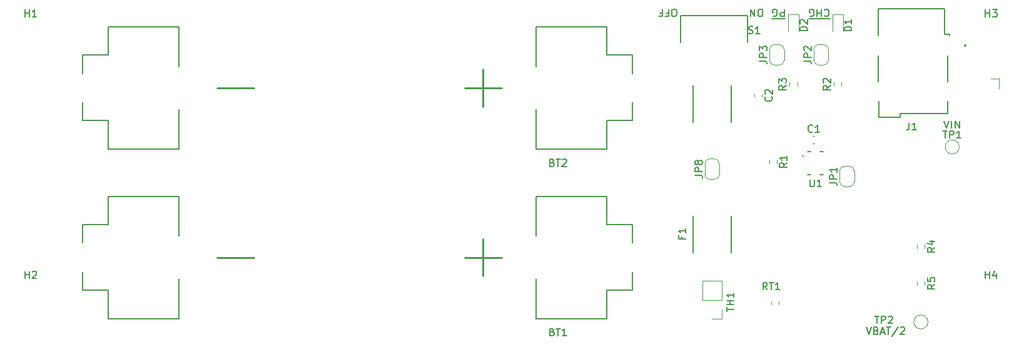
<source format=gbr>
%TF.GenerationSoftware,KiCad,Pcbnew,8.0.5*%
%TF.CreationDate,2024-11-08T20:24:14-08:00*%
%TF.ProjectId,newbatt,6e657762-6174-4742-9e6b-696361645f70,rev?*%
%TF.SameCoordinates,Original*%
%TF.FileFunction,Legend,Top*%
%TF.FilePolarity,Positive*%
%FSLAX46Y46*%
G04 Gerber Fmt 4.6, Leading zero omitted, Abs format (unit mm)*
G04 Created by KiCad (PCBNEW 8.0.5) date 2024-11-08 20:24:14*
%MOMM*%
%LPD*%
G01*
G04 APERTURE LIST*
%ADD10C,0.150000*%
%ADD11C,0.250000*%
%ADD12C,0.127000*%
%ADD13C,0.200000*%
%ADD14C,0.120000*%
%ADD15C,0.152400*%
G04 APERTURE END LIST*
D10*
X118369047Y-16295180D02*
X118178571Y-16295180D01*
X118178571Y-16295180D02*
X118083333Y-16247561D01*
X118083333Y-16247561D02*
X117988095Y-16152323D01*
X117988095Y-16152323D02*
X117940476Y-15961847D01*
X117940476Y-15961847D02*
X117940476Y-15628514D01*
X117940476Y-15628514D02*
X117988095Y-15438038D01*
X117988095Y-15438038D02*
X118083333Y-15342800D01*
X118083333Y-15342800D02*
X118178571Y-15295180D01*
X118178571Y-15295180D02*
X118369047Y-15295180D01*
X118369047Y-15295180D02*
X118464285Y-15342800D01*
X118464285Y-15342800D02*
X118559523Y-15438038D01*
X118559523Y-15438038D02*
X118607142Y-15628514D01*
X118607142Y-15628514D02*
X118607142Y-15961847D01*
X118607142Y-15961847D02*
X118559523Y-16152323D01*
X118559523Y-16152323D02*
X118464285Y-16247561D01*
X118464285Y-16247561D02*
X118369047Y-16295180D01*
X117511904Y-15295180D02*
X117511904Y-16295180D01*
X117511904Y-16295180D02*
X116940476Y-15295180D01*
X116940476Y-15295180D02*
X116940476Y-16295180D01*
D11*
X80750000Y-46500000D02*
X80750000Y-51500000D01*
X78250000Y-26000000D02*
X83250000Y-26000000D01*
X44750000Y-49000000D02*
X49750000Y-49000000D01*
X44750000Y-26000000D02*
X49750000Y-26000000D01*
X78250000Y-49000000D02*
X83250000Y-49000000D01*
X80750000Y-23500000D02*
X80750000Y-28500000D01*
D10*
X106702380Y-16295180D02*
X106511904Y-16295180D01*
X106511904Y-16295180D02*
X106416666Y-16247561D01*
X106416666Y-16247561D02*
X106321428Y-16152323D01*
X106321428Y-16152323D02*
X106273809Y-15961847D01*
X106273809Y-15961847D02*
X106273809Y-15628514D01*
X106273809Y-15628514D02*
X106321428Y-15438038D01*
X106321428Y-15438038D02*
X106416666Y-15342800D01*
X106416666Y-15342800D02*
X106511904Y-15295180D01*
X106511904Y-15295180D02*
X106702380Y-15295180D01*
X106702380Y-15295180D02*
X106797618Y-15342800D01*
X106797618Y-15342800D02*
X106892856Y-15438038D01*
X106892856Y-15438038D02*
X106940475Y-15628514D01*
X106940475Y-15628514D02*
X106940475Y-15961847D01*
X106940475Y-15961847D02*
X106892856Y-16152323D01*
X106892856Y-16152323D02*
X106797618Y-16247561D01*
X106797618Y-16247561D02*
X106702380Y-16295180D01*
X105511904Y-15818990D02*
X105845237Y-15818990D01*
X105845237Y-15295180D02*
X105845237Y-16295180D01*
X105845237Y-16295180D02*
X105369047Y-16295180D01*
X104654761Y-15818990D02*
X104988094Y-15818990D01*
X104988094Y-15295180D02*
X104988094Y-16295180D01*
X104988094Y-16295180D02*
X104511904Y-16295180D01*
X132607143Y-58454819D02*
X132940476Y-59454819D01*
X132940476Y-59454819D02*
X133273809Y-58454819D01*
X133940476Y-58931009D02*
X134083333Y-58978628D01*
X134083333Y-58978628D02*
X134130952Y-59026247D01*
X134130952Y-59026247D02*
X134178571Y-59121485D01*
X134178571Y-59121485D02*
X134178571Y-59264342D01*
X134178571Y-59264342D02*
X134130952Y-59359580D01*
X134130952Y-59359580D02*
X134083333Y-59407200D01*
X134083333Y-59407200D02*
X133988095Y-59454819D01*
X133988095Y-59454819D02*
X133607143Y-59454819D01*
X133607143Y-59454819D02*
X133607143Y-58454819D01*
X133607143Y-58454819D02*
X133940476Y-58454819D01*
X133940476Y-58454819D02*
X134035714Y-58502438D01*
X134035714Y-58502438D02*
X134083333Y-58550057D01*
X134083333Y-58550057D02*
X134130952Y-58645295D01*
X134130952Y-58645295D02*
X134130952Y-58740533D01*
X134130952Y-58740533D02*
X134083333Y-58835771D01*
X134083333Y-58835771D02*
X134035714Y-58883390D01*
X134035714Y-58883390D02*
X133940476Y-58931009D01*
X133940476Y-58931009D02*
X133607143Y-58931009D01*
X134559524Y-59169104D02*
X135035714Y-59169104D01*
X134464286Y-59454819D02*
X134797619Y-58454819D01*
X134797619Y-58454819D02*
X135130952Y-59454819D01*
X135321429Y-58454819D02*
X135892857Y-58454819D01*
X135607143Y-59454819D02*
X135607143Y-58454819D01*
X136940476Y-58407200D02*
X136083334Y-59692914D01*
X137226191Y-58550057D02*
X137273810Y-58502438D01*
X137273810Y-58502438D02*
X137369048Y-58454819D01*
X137369048Y-58454819D02*
X137607143Y-58454819D01*
X137607143Y-58454819D02*
X137702381Y-58502438D01*
X137702381Y-58502438D02*
X137750000Y-58550057D01*
X137750000Y-58550057D02*
X137797619Y-58645295D01*
X137797619Y-58645295D02*
X137797619Y-58740533D01*
X137797619Y-58740533D02*
X137750000Y-58883390D01*
X137750000Y-58883390D02*
X137178572Y-59454819D01*
X137178572Y-59454819D02*
X137797619Y-59454819D01*
X126964285Y-15390419D02*
X127011904Y-15342800D01*
X127011904Y-15342800D02*
X127154761Y-15295180D01*
X127154761Y-15295180D02*
X127249999Y-15295180D01*
X127249999Y-15295180D02*
X127392856Y-15342800D01*
X127392856Y-15342800D02*
X127488094Y-15438038D01*
X127488094Y-15438038D02*
X127535713Y-15533276D01*
X127535713Y-15533276D02*
X127583332Y-15723752D01*
X127583332Y-15723752D02*
X127583332Y-15866609D01*
X127583332Y-15866609D02*
X127535713Y-16057085D01*
X127535713Y-16057085D02*
X127488094Y-16152323D01*
X127488094Y-16152323D02*
X127392856Y-16247561D01*
X127392856Y-16247561D02*
X127249999Y-16295180D01*
X127249999Y-16295180D02*
X127154761Y-16295180D01*
X127154761Y-16295180D02*
X127011904Y-16247561D01*
X127011904Y-16247561D02*
X126964285Y-16199942D01*
X126535713Y-15295180D02*
X126535713Y-16295180D01*
X126535713Y-15818990D02*
X125964285Y-15818990D01*
X125964285Y-15295180D02*
X125964285Y-16295180D01*
X124964285Y-16247561D02*
X125059523Y-16295180D01*
X125059523Y-16295180D02*
X125202380Y-16295180D01*
X125202380Y-16295180D02*
X125345237Y-16247561D01*
X125345237Y-16247561D02*
X125440475Y-16152323D01*
X125440475Y-16152323D02*
X125488094Y-16057085D01*
X125488094Y-16057085D02*
X125535713Y-15866609D01*
X125535713Y-15866609D02*
X125535713Y-15723752D01*
X125535713Y-15723752D02*
X125488094Y-15533276D01*
X125488094Y-15533276D02*
X125440475Y-15438038D01*
X125440475Y-15438038D02*
X125345237Y-15342800D01*
X125345237Y-15342800D02*
X125202380Y-15295180D01*
X125202380Y-15295180D02*
X125107142Y-15295180D01*
X125107142Y-15295180D02*
X124964285Y-15342800D01*
X124964285Y-15342800D02*
X124916666Y-15390419D01*
X124916666Y-15390419D02*
X124916666Y-15723752D01*
X124916666Y-15723752D02*
X125107142Y-15723752D01*
X127673809Y-16572800D02*
X124826190Y-16572800D01*
X143154762Y-30454819D02*
X143488095Y-31454819D01*
X143488095Y-31454819D02*
X143821428Y-30454819D01*
X144154762Y-31454819D02*
X144154762Y-30454819D01*
X144630952Y-31454819D02*
X144630952Y-30454819D01*
X144630952Y-30454819D02*
X145202380Y-31454819D01*
X145202380Y-31454819D02*
X145202380Y-30454819D01*
X121511904Y-15295180D02*
X121511904Y-16295180D01*
X121511904Y-16295180D02*
X121130952Y-16295180D01*
X121130952Y-16295180D02*
X121035714Y-16247561D01*
X121035714Y-16247561D02*
X120988095Y-16199942D01*
X120988095Y-16199942D02*
X120940476Y-16104704D01*
X120940476Y-16104704D02*
X120940476Y-15961847D01*
X120940476Y-15961847D02*
X120988095Y-15866609D01*
X120988095Y-15866609D02*
X121035714Y-15818990D01*
X121035714Y-15818990D02*
X121130952Y-15771371D01*
X121130952Y-15771371D02*
X121511904Y-15771371D01*
X119988095Y-16247561D02*
X120083333Y-16295180D01*
X120083333Y-16295180D02*
X120226190Y-16295180D01*
X120226190Y-16295180D02*
X120369047Y-16247561D01*
X120369047Y-16247561D02*
X120464285Y-16152323D01*
X120464285Y-16152323D02*
X120511904Y-16057085D01*
X120511904Y-16057085D02*
X120559523Y-15866609D01*
X120559523Y-15866609D02*
X120559523Y-15723752D01*
X120559523Y-15723752D02*
X120511904Y-15533276D01*
X120511904Y-15533276D02*
X120464285Y-15438038D01*
X120464285Y-15438038D02*
X120369047Y-15342800D01*
X120369047Y-15342800D02*
X120226190Y-15295180D01*
X120226190Y-15295180D02*
X120130952Y-15295180D01*
X120130952Y-15295180D02*
X119988095Y-15342800D01*
X119988095Y-15342800D02*
X119940476Y-15390419D01*
X119940476Y-15390419D02*
X119940476Y-15723752D01*
X119940476Y-15723752D02*
X120130952Y-15723752D01*
X121650000Y-16572800D02*
X119850000Y-16572800D01*
X90099285Y-59121009D02*
X90242142Y-59168628D01*
X90242142Y-59168628D02*
X90289761Y-59216247D01*
X90289761Y-59216247D02*
X90337380Y-59311485D01*
X90337380Y-59311485D02*
X90337380Y-59454342D01*
X90337380Y-59454342D02*
X90289761Y-59549580D01*
X90289761Y-59549580D02*
X90242142Y-59597200D01*
X90242142Y-59597200D02*
X90146904Y-59644819D01*
X90146904Y-59644819D02*
X89765952Y-59644819D01*
X89765952Y-59644819D02*
X89765952Y-58644819D01*
X89765952Y-58644819D02*
X90099285Y-58644819D01*
X90099285Y-58644819D02*
X90194523Y-58692438D01*
X90194523Y-58692438D02*
X90242142Y-58740057D01*
X90242142Y-58740057D02*
X90289761Y-58835295D01*
X90289761Y-58835295D02*
X90289761Y-58930533D01*
X90289761Y-58930533D02*
X90242142Y-59025771D01*
X90242142Y-59025771D02*
X90194523Y-59073390D01*
X90194523Y-59073390D02*
X90099285Y-59121009D01*
X90099285Y-59121009D02*
X89765952Y-59121009D01*
X90623095Y-58644819D02*
X91194523Y-58644819D01*
X90908809Y-59644819D02*
X90908809Y-58644819D01*
X92051666Y-59644819D02*
X91480238Y-59644819D01*
X91765952Y-59644819D02*
X91765952Y-58644819D01*
X91765952Y-58644819D02*
X91670714Y-58787676D01*
X91670714Y-58787676D02*
X91575476Y-58882914D01*
X91575476Y-58882914D02*
X91480238Y-58930533D01*
X116676532Y-18582629D02*
X116819494Y-18630282D01*
X116819494Y-18630282D02*
X117057763Y-18630282D01*
X117057763Y-18630282D02*
X117153071Y-18582629D01*
X117153071Y-18582629D02*
X117200725Y-18534975D01*
X117200725Y-18534975D02*
X117248379Y-18439667D01*
X117248379Y-18439667D02*
X117248379Y-18344359D01*
X117248379Y-18344359D02*
X117200725Y-18249051D01*
X117200725Y-18249051D02*
X117153071Y-18201397D01*
X117153071Y-18201397D02*
X117057763Y-18153743D01*
X117057763Y-18153743D02*
X116867148Y-18106089D01*
X116867148Y-18106089D02*
X116771840Y-18058436D01*
X116771840Y-18058436D02*
X116724186Y-18010782D01*
X116724186Y-18010782D02*
X116676532Y-17915474D01*
X116676532Y-17915474D02*
X116676532Y-17820166D01*
X116676532Y-17820166D02*
X116724186Y-17724858D01*
X116724186Y-17724858D02*
X116771840Y-17677204D01*
X116771840Y-17677204D02*
X116867148Y-17629550D01*
X116867148Y-17629550D02*
X117105417Y-17629550D01*
X117105417Y-17629550D02*
X117248379Y-17677204D01*
X118201457Y-18630282D02*
X117629610Y-18630282D01*
X117915534Y-18630282D02*
X117915534Y-17629550D01*
X117915534Y-17629550D02*
X117820226Y-17772512D01*
X117820226Y-17772512D02*
X117724918Y-17867820D01*
X117724918Y-17867820D02*
X117629610Y-17915474D01*
X138416666Y-30704819D02*
X138416666Y-31419104D01*
X138416666Y-31419104D02*
X138369047Y-31561961D01*
X138369047Y-31561961D02*
X138273809Y-31657200D01*
X138273809Y-31657200D02*
X138130952Y-31704819D01*
X138130952Y-31704819D02*
X138035714Y-31704819D01*
X139416666Y-31704819D02*
X138845238Y-31704819D01*
X139130952Y-31704819D02*
X139130952Y-30704819D01*
X139130952Y-30704819D02*
X139035714Y-30847676D01*
X139035714Y-30847676D02*
X138940476Y-30942914D01*
X138940476Y-30942914D02*
X138845238Y-30990533D01*
X107666009Y-46138333D02*
X107666009Y-46471666D01*
X108189819Y-46471666D02*
X107189819Y-46471666D01*
X107189819Y-46471666D02*
X107189819Y-45995476D01*
X108189819Y-45090714D02*
X108189819Y-45662142D01*
X108189819Y-45376428D02*
X107189819Y-45376428D01*
X107189819Y-45376428D02*
X107332676Y-45471666D01*
X107332676Y-45471666D02*
X107427914Y-45566904D01*
X107427914Y-45566904D02*
X107475533Y-45662142D01*
X133738095Y-56954819D02*
X134309523Y-56954819D01*
X134023809Y-57954819D02*
X134023809Y-56954819D01*
X134642857Y-57954819D02*
X134642857Y-56954819D01*
X134642857Y-56954819D02*
X135023809Y-56954819D01*
X135023809Y-56954819D02*
X135119047Y-57002438D01*
X135119047Y-57002438D02*
X135166666Y-57050057D01*
X135166666Y-57050057D02*
X135214285Y-57145295D01*
X135214285Y-57145295D02*
X135214285Y-57288152D01*
X135214285Y-57288152D02*
X135166666Y-57383390D01*
X135166666Y-57383390D02*
X135119047Y-57431009D01*
X135119047Y-57431009D02*
X135023809Y-57478628D01*
X135023809Y-57478628D02*
X134642857Y-57478628D01*
X135595238Y-57050057D02*
X135642857Y-57002438D01*
X135642857Y-57002438D02*
X135738095Y-56954819D01*
X135738095Y-56954819D02*
X135976190Y-56954819D01*
X135976190Y-56954819D02*
X136071428Y-57002438D01*
X136071428Y-57002438D02*
X136119047Y-57050057D01*
X136119047Y-57050057D02*
X136166666Y-57145295D01*
X136166666Y-57145295D02*
X136166666Y-57240533D01*
X136166666Y-57240533D02*
X136119047Y-57383390D01*
X136119047Y-57383390D02*
X135547619Y-57954819D01*
X135547619Y-57954819D02*
X136166666Y-57954819D01*
X109404819Y-37833333D02*
X110119104Y-37833333D01*
X110119104Y-37833333D02*
X110261961Y-37880952D01*
X110261961Y-37880952D02*
X110357200Y-37976190D01*
X110357200Y-37976190D02*
X110404819Y-38119047D01*
X110404819Y-38119047D02*
X110404819Y-38214285D01*
X110404819Y-37357142D02*
X109404819Y-37357142D01*
X109404819Y-37357142D02*
X109404819Y-36976190D01*
X109404819Y-36976190D02*
X109452438Y-36880952D01*
X109452438Y-36880952D02*
X109500057Y-36833333D01*
X109500057Y-36833333D02*
X109595295Y-36785714D01*
X109595295Y-36785714D02*
X109738152Y-36785714D01*
X109738152Y-36785714D02*
X109833390Y-36833333D01*
X109833390Y-36833333D02*
X109881009Y-36880952D01*
X109881009Y-36880952D02*
X109928628Y-36976190D01*
X109928628Y-36976190D02*
X109928628Y-37357142D01*
X109833390Y-36214285D02*
X109785771Y-36309523D01*
X109785771Y-36309523D02*
X109738152Y-36357142D01*
X109738152Y-36357142D02*
X109642914Y-36404761D01*
X109642914Y-36404761D02*
X109595295Y-36404761D01*
X109595295Y-36404761D02*
X109500057Y-36357142D01*
X109500057Y-36357142D02*
X109452438Y-36309523D01*
X109452438Y-36309523D02*
X109404819Y-36214285D01*
X109404819Y-36214285D02*
X109404819Y-36023809D01*
X109404819Y-36023809D02*
X109452438Y-35928571D01*
X109452438Y-35928571D02*
X109500057Y-35880952D01*
X109500057Y-35880952D02*
X109595295Y-35833333D01*
X109595295Y-35833333D02*
X109642914Y-35833333D01*
X109642914Y-35833333D02*
X109738152Y-35880952D01*
X109738152Y-35880952D02*
X109785771Y-35928571D01*
X109785771Y-35928571D02*
X109833390Y-36023809D01*
X109833390Y-36023809D02*
X109833390Y-36214285D01*
X109833390Y-36214285D02*
X109881009Y-36309523D01*
X109881009Y-36309523D02*
X109928628Y-36357142D01*
X109928628Y-36357142D02*
X110023866Y-36404761D01*
X110023866Y-36404761D02*
X110214342Y-36404761D01*
X110214342Y-36404761D02*
X110309580Y-36357142D01*
X110309580Y-36357142D02*
X110357200Y-36309523D01*
X110357200Y-36309523D02*
X110404819Y-36214285D01*
X110404819Y-36214285D02*
X110404819Y-36023809D01*
X110404819Y-36023809D02*
X110357200Y-35928571D01*
X110357200Y-35928571D02*
X110309580Y-35880952D01*
X110309580Y-35880952D02*
X110214342Y-35833333D01*
X110214342Y-35833333D02*
X110023866Y-35833333D01*
X110023866Y-35833333D02*
X109928628Y-35880952D01*
X109928628Y-35880952D02*
X109881009Y-35928571D01*
X109881009Y-35928571D02*
X109833390Y-36023809D01*
X148738095Y-51854819D02*
X148738095Y-50854819D01*
X148738095Y-51331009D02*
X149309523Y-51331009D01*
X149309523Y-51854819D02*
X149309523Y-50854819D01*
X150214285Y-51188152D02*
X150214285Y-51854819D01*
X149976190Y-50807200D02*
X149738095Y-51521485D01*
X149738095Y-51521485D02*
X150357142Y-51521485D01*
X18738095Y-16354819D02*
X18738095Y-15354819D01*
X18738095Y-15831009D02*
X19309523Y-15831009D01*
X19309523Y-16354819D02*
X19309523Y-15354819D01*
X20309523Y-16354819D02*
X19738095Y-16354819D01*
X20023809Y-16354819D02*
X20023809Y-15354819D01*
X20023809Y-15354819D02*
X19928571Y-15497676D01*
X19928571Y-15497676D02*
X19833333Y-15592914D01*
X19833333Y-15592914D02*
X19738095Y-15640533D01*
X127774819Y-25666666D02*
X127298628Y-25999999D01*
X127774819Y-26238094D02*
X126774819Y-26238094D01*
X126774819Y-26238094D02*
X126774819Y-25857142D01*
X126774819Y-25857142D02*
X126822438Y-25761904D01*
X126822438Y-25761904D02*
X126870057Y-25714285D01*
X126870057Y-25714285D02*
X126965295Y-25666666D01*
X126965295Y-25666666D02*
X127108152Y-25666666D01*
X127108152Y-25666666D02*
X127203390Y-25714285D01*
X127203390Y-25714285D02*
X127251009Y-25761904D01*
X127251009Y-25761904D02*
X127298628Y-25857142D01*
X127298628Y-25857142D02*
X127298628Y-26238094D01*
X126870057Y-25285713D02*
X126822438Y-25238094D01*
X126822438Y-25238094D02*
X126774819Y-25142856D01*
X126774819Y-25142856D02*
X126774819Y-24904761D01*
X126774819Y-24904761D02*
X126822438Y-24809523D01*
X126822438Y-24809523D02*
X126870057Y-24761904D01*
X126870057Y-24761904D02*
X126965295Y-24714285D01*
X126965295Y-24714285D02*
X127060533Y-24714285D01*
X127060533Y-24714285D02*
X127203390Y-24761904D01*
X127203390Y-24761904D02*
X127774819Y-25333332D01*
X127774819Y-25333332D02*
X127774819Y-24714285D01*
X127654819Y-38833333D02*
X128369104Y-38833333D01*
X128369104Y-38833333D02*
X128511961Y-38880952D01*
X128511961Y-38880952D02*
X128607200Y-38976190D01*
X128607200Y-38976190D02*
X128654819Y-39119047D01*
X128654819Y-39119047D02*
X128654819Y-39214285D01*
X128654819Y-38357142D02*
X127654819Y-38357142D01*
X127654819Y-38357142D02*
X127654819Y-37976190D01*
X127654819Y-37976190D02*
X127702438Y-37880952D01*
X127702438Y-37880952D02*
X127750057Y-37833333D01*
X127750057Y-37833333D02*
X127845295Y-37785714D01*
X127845295Y-37785714D02*
X127988152Y-37785714D01*
X127988152Y-37785714D02*
X128083390Y-37833333D01*
X128083390Y-37833333D02*
X128131009Y-37880952D01*
X128131009Y-37880952D02*
X128178628Y-37976190D01*
X128178628Y-37976190D02*
X128178628Y-38357142D01*
X128654819Y-36833333D02*
X128654819Y-37404761D01*
X128654819Y-37119047D02*
X127654819Y-37119047D01*
X127654819Y-37119047D02*
X127797676Y-37214285D01*
X127797676Y-37214285D02*
X127892914Y-37309523D01*
X127892914Y-37309523D02*
X127940533Y-37404761D01*
X148738095Y-16354819D02*
X148738095Y-15354819D01*
X148738095Y-15831009D02*
X149309523Y-15831009D01*
X149309523Y-16354819D02*
X149309523Y-15354819D01*
X149690476Y-15354819D02*
X150309523Y-15354819D01*
X150309523Y-15354819D02*
X149976190Y-15735771D01*
X149976190Y-15735771D02*
X150119047Y-15735771D01*
X150119047Y-15735771D02*
X150214285Y-15783390D01*
X150214285Y-15783390D02*
X150261904Y-15831009D01*
X150261904Y-15831009D02*
X150309523Y-15926247D01*
X150309523Y-15926247D02*
X150309523Y-16164342D01*
X150309523Y-16164342D02*
X150261904Y-16259580D01*
X150261904Y-16259580D02*
X150214285Y-16307200D01*
X150214285Y-16307200D02*
X150119047Y-16354819D01*
X150119047Y-16354819D02*
X149833333Y-16354819D01*
X149833333Y-16354819D02*
X149738095Y-16307200D01*
X149738095Y-16307200D02*
X149690476Y-16259580D01*
X119789580Y-27191666D02*
X119837200Y-27239285D01*
X119837200Y-27239285D02*
X119884819Y-27382142D01*
X119884819Y-27382142D02*
X119884819Y-27477380D01*
X119884819Y-27477380D02*
X119837200Y-27620237D01*
X119837200Y-27620237D02*
X119741961Y-27715475D01*
X119741961Y-27715475D02*
X119646723Y-27763094D01*
X119646723Y-27763094D02*
X119456247Y-27810713D01*
X119456247Y-27810713D02*
X119313390Y-27810713D01*
X119313390Y-27810713D02*
X119122914Y-27763094D01*
X119122914Y-27763094D02*
X119027676Y-27715475D01*
X119027676Y-27715475D02*
X118932438Y-27620237D01*
X118932438Y-27620237D02*
X118884819Y-27477380D01*
X118884819Y-27477380D02*
X118884819Y-27382142D01*
X118884819Y-27382142D02*
X118932438Y-27239285D01*
X118932438Y-27239285D02*
X118980057Y-27191666D01*
X118980057Y-26810713D02*
X118932438Y-26763094D01*
X118932438Y-26763094D02*
X118884819Y-26667856D01*
X118884819Y-26667856D02*
X118884819Y-26429761D01*
X118884819Y-26429761D02*
X118932438Y-26334523D01*
X118932438Y-26334523D02*
X118980057Y-26286904D01*
X118980057Y-26286904D02*
X119075295Y-26239285D01*
X119075295Y-26239285D02*
X119170533Y-26239285D01*
X119170533Y-26239285D02*
X119313390Y-26286904D01*
X119313390Y-26286904D02*
X119884819Y-26858332D01*
X119884819Y-26858332D02*
X119884819Y-26239285D01*
X125333333Y-31929580D02*
X125285714Y-31977200D01*
X125285714Y-31977200D02*
X125142857Y-32024819D01*
X125142857Y-32024819D02*
X125047619Y-32024819D01*
X125047619Y-32024819D02*
X124904762Y-31977200D01*
X124904762Y-31977200D02*
X124809524Y-31881961D01*
X124809524Y-31881961D02*
X124761905Y-31786723D01*
X124761905Y-31786723D02*
X124714286Y-31596247D01*
X124714286Y-31596247D02*
X124714286Y-31453390D01*
X124714286Y-31453390D02*
X124761905Y-31262914D01*
X124761905Y-31262914D02*
X124809524Y-31167676D01*
X124809524Y-31167676D02*
X124904762Y-31072438D01*
X124904762Y-31072438D02*
X125047619Y-31024819D01*
X125047619Y-31024819D02*
X125142857Y-31024819D01*
X125142857Y-31024819D02*
X125285714Y-31072438D01*
X125285714Y-31072438D02*
X125333333Y-31120057D01*
X126285714Y-32024819D02*
X125714286Y-32024819D01*
X126000000Y-32024819D02*
X126000000Y-31024819D01*
X126000000Y-31024819D02*
X125904762Y-31167676D01*
X125904762Y-31167676D02*
X125809524Y-31262914D01*
X125809524Y-31262914D02*
X125714286Y-31310533D01*
X121884819Y-36166666D02*
X121408628Y-36499999D01*
X121884819Y-36738094D02*
X120884819Y-36738094D01*
X120884819Y-36738094D02*
X120884819Y-36357142D01*
X120884819Y-36357142D02*
X120932438Y-36261904D01*
X120932438Y-36261904D02*
X120980057Y-36214285D01*
X120980057Y-36214285D02*
X121075295Y-36166666D01*
X121075295Y-36166666D02*
X121218152Y-36166666D01*
X121218152Y-36166666D02*
X121313390Y-36214285D01*
X121313390Y-36214285D02*
X121361009Y-36261904D01*
X121361009Y-36261904D02*
X121408628Y-36357142D01*
X121408628Y-36357142D02*
X121408628Y-36738094D01*
X121884819Y-35214285D02*
X121884819Y-35785713D01*
X121884819Y-35499999D02*
X120884819Y-35499999D01*
X120884819Y-35499999D02*
X121027676Y-35595237D01*
X121027676Y-35595237D02*
X121122914Y-35690475D01*
X121122914Y-35690475D02*
X121170533Y-35785713D01*
X118154819Y-22333333D02*
X118869104Y-22333333D01*
X118869104Y-22333333D02*
X119011961Y-22380952D01*
X119011961Y-22380952D02*
X119107200Y-22476190D01*
X119107200Y-22476190D02*
X119154819Y-22619047D01*
X119154819Y-22619047D02*
X119154819Y-22714285D01*
X119154819Y-21857142D02*
X118154819Y-21857142D01*
X118154819Y-21857142D02*
X118154819Y-21476190D01*
X118154819Y-21476190D02*
X118202438Y-21380952D01*
X118202438Y-21380952D02*
X118250057Y-21333333D01*
X118250057Y-21333333D02*
X118345295Y-21285714D01*
X118345295Y-21285714D02*
X118488152Y-21285714D01*
X118488152Y-21285714D02*
X118583390Y-21333333D01*
X118583390Y-21333333D02*
X118631009Y-21380952D01*
X118631009Y-21380952D02*
X118678628Y-21476190D01*
X118678628Y-21476190D02*
X118678628Y-21857142D01*
X118154819Y-20952380D02*
X118154819Y-20333333D01*
X118154819Y-20333333D02*
X118535771Y-20666666D01*
X118535771Y-20666666D02*
X118535771Y-20523809D01*
X118535771Y-20523809D02*
X118583390Y-20428571D01*
X118583390Y-20428571D02*
X118631009Y-20380952D01*
X118631009Y-20380952D02*
X118726247Y-20333333D01*
X118726247Y-20333333D02*
X118964342Y-20333333D01*
X118964342Y-20333333D02*
X119059580Y-20380952D01*
X119059580Y-20380952D02*
X119107200Y-20428571D01*
X119107200Y-20428571D02*
X119154819Y-20523809D01*
X119154819Y-20523809D02*
X119154819Y-20809523D01*
X119154819Y-20809523D02*
X119107200Y-20904761D01*
X119107200Y-20904761D02*
X119059580Y-20952380D01*
X142988095Y-31806819D02*
X143559523Y-31806819D01*
X143273809Y-32806819D02*
X143273809Y-31806819D01*
X143892857Y-32806819D02*
X143892857Y-31806819D01*
X143892857Y-31806819D02*
X144273809Y-31806819D01*
X144273809Y-31806819D02*
X144369047Y-31854438D01*
X144369047Y-31854438D02*
X144416666Y-31902057D01*
X144416666Y-31902057D02*
X144464285Y-31997295D01*
X144464285Y-31997295D02*
X144464285Y-32140152D01*
X144464285Y-32140152D02*
X144416666Y-32235390D01*
X144416666Y-32235390D02*
X144369047Y-32283009D01*
X144369047Y-32283009D02*
X144273809Y-32330628D01*
X144273809Y-32330628D02*
X143892857Y-32330628D01*
X145416666Y-32806819D02*
X144845238Y-32806819D01*
X145130952Y-32806819D02*
X145130952Y-31806819D01*
X145130952Y-31806819D02*
X145035714Y-31949676D01*
X145035714Y-31949676D02*
X144940476Y-32044914D01*
X144940476Y-32044914D02*
X144845238Y-32092533D01*
X124634819Y-18238094D02*
X123634819Y-18238094D01*
X123634819Y-18238094D02*
X123634819Y-17999999D01*
X123634819Y-17999999D02*
X123682438Y-17857142D01*
X123682438Y-17857142D02*
X123777676Y-17761904D01*
X123777676Y-17761904D02*
X123872914Y-17714285D01*
X123872914Y-17714285D02*
X124063390Y-17666666D01*
X124063390Y-17666666D02*
X124206247Y-17666666D01*
X124206247Y-17666666D02*
X124396723Y-17714285D01*
X124396723Y-17714285D02*
X124491961Y-17761904D01*
X124491961Y-17761904D02*
X124587200Y-17857142D01*
X124587200Y-17857142D02*
X124634819Y-17999999D01*
X124634819Y-17999999D02*
X124634819Y-18238094D01*
X123730057Y-17285713D02*
X123682438Y-17238094D01*
X123682438Y-17238094D02*
X123634819Y-17142856D01*
X123634819Y-17142856D02*
X123634819Y-16904761D01*
X123634819Y-16904761D02*
X123682438Y-16809523D01*
X123682438Y-16809523D02*
X123730057Y-16761904D01*
X123730057Y-16761904D02*
X123825295Y-16714285D01*
X123825295Y-16714285D02*
X123920533Y-16714285D01*
X123920533Y-16714285D02*
X124063390Y-16761904D01*
X124063390Y-16761904D02*
X124634819Y-17333332D01*
X124634819Y-17333332D02*
X124634819Y-16714285D01*
X119202380Y-53379819D02*
X118869047Y-52903628D01*
X118630952Y-53379819D02*
X118630952Y-52379819D01*
X118630952Y-52379819D02*
X119011904Y-52379819D01*
X119011904Y-52379819D02*
X119107142Y-52427438D01*
X119107142Y-52427438D02*
X119154761Y-52475057D01*
X119154761Y-52475057D02*
X119202380Y-52570295D01*
X119202380Y-52570295D02*
X119202380Y-52713152D01*
X119202380Y-52713152D02*
X119154761Y-52808390D01*
X119154761Y-52808390D02*
X119107142Y-52856009D01*
X119107142Y-52856009D02*
X119011904Y-52903628D01*
X119011904Y-52903628D02*
X118630952Y-52903628D01*
X119488095Y-52379819D02*
X120059523Y-52379819D01*
X119773809Y-53379819D02*
X119773809Y-52379819D01*
X120916666Y-53379819D02*
X120345238Y-53379819D01*
X120630952Y-53379819D02*
X120630952Y-52379819D01*
X120630952Y-52379819D02*
X120535714Y-52522676D01*
X120535714Y-52522676D02*
X120440476Y-52617914D01*
X120440476Y-52617914D02*
X120345238Y-52665533D01*
X124988095Y-38417419D02*
X124988095Y-39226942D01*
X124988095Y-39226942D02*
X125035714Y-39322180D01*
X125035714Y-39322180D02*
X125083333Y-39369800D01*
X125083333Y-39369800D02*
X125178571Y-39417419D01*
X125178571Y-39417419D02*
X125369047Y-39417419D01*
X125369047Y-39417419D02*
X125464285Y-39369800D01*
X125464285Y-39369800D02*
X125511904Y-39322180D01*
X125511904Y-39322180D02*
X125559523Y-39226942D01*
X125559523Y-39226942D02*
X125559523Y-38417419D01*
X126559523Y-39417419D02*
X125988095Y-39417419D01*
X126273809Y-39417419D02*
X126273809Y-38417419D01*
X126273809Y-38417419D02*
X126178571Y-38560276D01*
X126178571Y-38560276D02*
X126083333Y-38655514D01*
X126083333Y-38655514D02*
X125988095Y-38703133D01*
X121774819Y-25666666D02*
X121298628Y-25999999D01*
X121774819Y-26238094D02*
X120774819Y-26238094D01*
X120774819Y-26238094D02*
X120774819Y-25857142D01*
X120774819Y-25857142D02*
X120822438Y-25761904D01*
X120822438Y-25761904D02*
X120870057Y-25714285D01*
X120870057Y-25714285D02*
X120965295Y-25666666D01*
X120965295Y-25666666D02*
X121108152Y-25666666D01*
X121108152Y-25666666D02*
X121203390Y-25714285D01*
X121203390Y-25714285D02*
X121251009Y-25761904D01*
X121251009Y-25761904D02*
X121298628Y-25857142D01*
X121298628Y-25857142D02*
X121298628Y-26238094D01*
X120774819Y-25333332D02*
X120774819Y-24714285D01*
X120774819Y-24714285D02*
X121155771Y-25047618D01*
X121155771Y-25047618D02*
X121155771Y-24904761D01*
X121155771Y-24904761D02*
X121203390Y-24809523D01*
X121203390Y-24809523D02*
X121251009Y-24761904D01*
X121251009Y-24761904D02*
X121346247Y-24714285D01*
X121346247Y-24714285D02*
X121584342Y-24714285D01*
X121584342Y-24714285D02*
X121679580Y-24761904D01*
X121679580Y-24761904D02*
X121727200Y-24809523D01*
X121727200Y-24809523D02*
X121774819Y-24904761D01*
X121774819Y-24904761D02*
X121774819Y-25190475D01*
X121774819Y-25190475D02*
X121727200Y-25285713D01*
X121727200Y-25285713D02*
X121679580Y-25333332D01*
X124154819Y-22333333D02*
X124869104Y-22333333D01*
X124869104Y-22333333D02*
X125011961Y-22380952D01*
X125011961Y-22380952D02*
X125107200Y-22476190D01*
X125107200Y-22476190D02*
X125154819Y-22619047D01*
X125154819Y-22619047D02*
X125154819Y-22714285D01*
X125154819Y-21857142D02*
X124154819Y-21857142D01*
X124154819Y-21857142D02*
X124154819Y-21476190D01*
X124154819Y-21476190D02*
X124202438Y-21380952D01*
X124202438Y-21380952D02*
X124250057Y-21333333D01*
X124250057Y-21333333D02*
X124345295Y-21285714D01*
X124345295Y-21285714D02*
X124488152Y-21285714D01*
X124488152Y-21285714D02*
X124583390Y-21333333D01*
X124583390Y-21333333D02*
X124631009Y-21380952D01*
X124631009Y-21380952D02*
X124678628Y-21476190D01*
X124678628Y-21476190D02*
X124678628Y-21857142D01*
X124250057Y-20904761D02*
X124202438Y-20857142D01*
X124202438Y-20857142D02*
X124154819Y-20761904D01*
X124154819Y-20761904D02*
X124154819Y-20523809D01*
X124154819Y-20523809D02*
X124202438Y-20428571D01*
X124202438Y-20428571D02*
X124250057Y-20380952D01*
X124250057Y-20380952D02*
X124345295Y-20333333D01*
X124345295Y-20333333D02*
X124440533Y-20333333D01*
X124440533Y-20333333D02*
X124583390Y-20380952D01*
X124583390Y-20380952D02*
X125154819Y-20952380D01*
X125154819Y-20952380D02*
X125154819Y-20333333D01*
X130634819Y-18238094D02*
X129634819Y-18238094D01*
X129634819Y-18238094D02*
X129634819Y-17999999D01*
X129634819Y-17999999D02*
X129682438Y-17857142D01*
X129682438Y-17857142D02*
X129777676Y-17761904D01*
X129777676Y-17761904D02*
X129872914Y-17714285D01*
X129872914Y-17714285D02*
X130063390Y-17666666D01*
X130063390Y-17666666D02*
X130206247Y-17666666D01*
X130206247Y-17666666D02*
X130396723Y-17714285D01*
X130396723Y-17714285D02*
X130491961Y-17761904D01*
X130491961Y-17761904D02*
X130587200Y-17857142D01*
X130587200Y-17857142D02*
X130634819Y-17999999D01*
X130634819Y-17999999D02*
X130634819Y-18238094D01*
X130634819Y-16714285D02*
X130634819Y-17285713D01*
X130634819Y-16999999D02*
X129634819Y-16999999D01*
X129634819Y-16999999D02*
X129777676Y-17095237D01*
X129777676Y-17095237D02*
X129872914Y-17190475D01*
X129872914Y-17190475D02*
X129920533Y-17285713D01*
X113704819Y-56310713D02*
X113704819Y-55739285D01*
X114704819Y-56024999D02*
X113704819Y-56024999D01*
X114704819Y-55405951D02*
X113704819Y-55405951D01*
X114181009Y-55405951D02*
X114181009Y-54834523D01*
X114704819Y-54834523D02*
X113704819Y-54834523D01*
X114704819Y-53834523D02*
X114704819Y-54405951D01*
X114704819Y-54120237D02*
X113704819Y-54120237D01*
X113704819Y-54120237D02*
X113847676Y-54215475D01*
X113847676Y-54215475D02*
X113942914Y-54310713D01*
X113942914Y-54310713D02*
X113990533Y-54405951D01*
X141884819Y-47666666D02*
X141408628Y-47999999D01*
X141884819Y-48238094D02*
X140884819Y-48238094D01*
X140884819Y-48238094D02*
X140884819Y-47857142D01*
X140884819Y-47857142D02*
X140932438Y-47761904D01*
X140932438Y-47761904D02*
X140980057Y-47714285D01*
X140980057Y-47714285D02*
X141075295Y-47666666D01*
X141075295Y-47666666D02*
X141218152Y-47666666D01*
X141218152Y-47666666D02*
X141313390Y-47714285D01*
X141313390Y-47714285D02*
X141361009Y-47761904D01*
X141361009Y-47761904D02*
X141408628Y-47857142D01*
X141408628Y-47857142D02*
X141408628Y-48238094D01*
X141218152Y-46809523D02*
X141884819Y-46809523D01*
X140837200Y-47047618D02*
X141551485Y-47285713D01*
X141551485Y-47285713D02*
X141551485Y-46666666D01*
X141884819Y-52666666D02*
X141408628Y-52999999D01*
X141884819Y-53238094D02*
X140884819Y-53238094D01*
X140884819Y-53238094D02*
X140884819Y-52857142D01*
X140884819Y-52857142D02*
X140932438Y-52761904D01*
X140932438Y-52761904D02*
X140980057Y-52714285D01*
X140980057Y-52714285D02*
X141075295Y-52666666D01*
X141075295Y-52666666D02*
X141218152Y-52666666D01*
X141218152Y-52666666D02*
X141313390Y-52714285D01*
X141313390Y-52714285D02*
X141361009Y-52761904D01*
X141361009Y-52761904D02*
X141408628Y-52857142D01*
X141408628Y-52857142D02*
X141408628Y-53238094D01*
X140884819Y-51761904D02*
X140884819Y-52238094D01*
X140884819Y-52238094D02*
X141361009Y-52285713D01*
X141361009Y-52285713D02*
X141313390Y-52238094D01*
X141313390Y-52238094D02*
X141265771Y-52142856D01*
X141265771Y-52142856D02*
X141265771Y-51904761D01*
X141265771Y-51904761D02*
X141313390Y-51809523D01*
X141313390Y-51809523D02*
X141361009Y-51761904D01*
X141361009Y-51761904D02*
X141456247Y-51714285D01*
X141456247Y-51714285D02*
X141694342Y-51714285D01*
X141694342Y-51714285D02*
X141789580Y-51761904D01*
X141789580Y-51761904D02*
X141837200Y-51809523D01*
X141837200Y-51809523D02*
X141884819Y-51904761D01*
X141884819Y-51904761D02*
X141884819Y-52142856D01*
X141884819Y-52142856D02*
X141837200Y-52238094D01*
X141837200Y-52238094D02*
X141789580Y-52285713D01*
X18738095Y-51854819D02*
X18738095Y-50854819D01*
X18738095Y-51331009D02*
X19309523Y-51331009D01*
X19309523Y-51854819D02*
X19309523Y-50854819D01*
X19738095Y-50950057D02*
X19785714Y-50902438D01*
X19785714Y-50902438D02*
X19880952Y-50854819D01*
X19880952Y-50854819D02*
X20119047Y-50854819D01*
X20119047Y-50854819D02*
X20214285Y-50902438D01*
X20214285Y-50902438D02*
X20261904Y-50950057D01*
X20261904Y-50950057D02*
X20309523Y-51045295D01*
X20309523Y-51045295D02*
X20309523Y-51140533D01*
X20309523Y-51140533D02*
X20261904Y-51283390D01*
X20261904Y-51283390D02*
X19690476Y-51854819D01*
X19690476Y-51854819D02*
X20309523Y-51854819D01*
X90099285Y-36121009D02*
X90242142Y-36168628D01*
X90242142Y-36168628D02*
X90289761Y-36216247D01*
X90289761Y-36216247D02*
X90337380Y-36311485D01*
X90337380Y-36311485D02*
X90337380Y-36454342D01*
X90337380Y-36454342D02*
X90289761Y-36549580D01*
X90289761Y-36549580D02*
X90242142Y-36597200D01*
X90242142Y-36597200D02*
X90146904Y-36644819D01*
X90146904Y-36644819D02*
X89765952Y-36644819D01*
X89765952Y-36644819D02*
X89765952Y-35644819D01*
X89765952Y-35644819D02*
X90099285Y-35644819D01*
X90099285Y-35644819D02*
X90194523Y-35692438D01*
X90194523Y-35692438D02*
X90242142Y-35740057D01*
X90242142Y-35740057D02*
X90289761Y-35835295D01*
X90289761Y-35835295D02*
X90289761Y-35930533D01*
X90289761Y-35930533D02*
X90242142Y-36025771D01*
X90242142Y-36025771D02*
X90194523Y-36073390D01*
X90194523Y-36073390D02*
X90099285Y-36121009D01*
X90099285Y-36121009D02*
X89765952Y-36121009D01*
X90623095Y-35644819D02*
X91194523Y-35644819D01*
X90908809Y-36644819D02*
X90908809Y-35644819D01*
X91480238Y-35740057D02*
X91527857Y-35692438D01*
X91527857Y-35692438D02*
X91623095Y-35644819D01*
X91623095Y-35644819D02*
X91861190Y-35644819D01*
X91861190Y-35644819D02*
X91956428Y-35692438D01*
X91956428Y-35692438D02*
X92004047Y-35740057D01*
X92004047Y-35740057D02*
X92051666Y-35835295D01*
X92051666Y-35835295D02*
X92051666Y-35930533D01*
X92051666Y-35930533D02*
X92004047Y-36073390D01*
X92004047Y-36073390D02*
X91432619Y-36644819D01*
X91432619Y-36644819D02*
X92051666Y-36644819D01*
D12*
%TO.C,BT1*%
X100935000Y-53445000D02*
X100935000Y-50970000D01*
X100935000Y-53445000D02*
X97465000Y-53445000D01*
X100935000Y-44555000D02*
X100935000Y-47030000D01*
X97465000Y-57305000D02*
X87935000Y-57305000D01*
X97465000Y-53445000D02*
X97465000Y-57305000D01*
X97465000Y-44555000D02*
X100935000Y-44555000D01*
X97465000Y-40695000D02*
X97465000Y-44555000D01*
X87935000Y-57305000D02*
X87935000Y-51920000D01*
X87935000Y-46080000D02*
X87935000Y-40695000D01*
X87935000Y-40695000D02*
X97465000Y-40695000D01*
X39565000Y-57305000D02*
X30035000Y-57305000D01*
X39565000Y-51920000D02*
X39565000Y-57305000D01*
X39565000Y-40695000D02*
X39565000Y-46080000D01*
X30035000Y-57305000D02*
X30035000Y-53445000D01*
X30035000Y-53445000D02*
X26565000Y-53445000D01*
X30035000Y-44555000D02*
X30035000Y-40695000D01*
X30035000Y-40695000D02*
X39565000Y-40695000D01*
X26565000Y-53445000D02*
X26565000Y-50970000D01*
X26565000Y-44555000D02*
X30035000Y-44555000D01*
X26565000Y-44555000D02*
X26565000Y-47030000D01*
%TO.C,S1*%
X107500000Y-19800000D02*
X107500000Y-16200000D01*
X116500000Y-16200000D02*
X107500000Y-16200000D01*
X116500000Y-19800000D02*
X116500000Y-16200000D01*
D13*
%TO.C,J1*%
X146100000Y-20250000D02*
G75*
G02*
X145900000Y-20250000I-100000J0D01*
G01*
X145900000Y-20250000D02*
G75*
G02*
X146100000Y-20250000I100000J0D01*
G01*
D12*
X134250000Y-15250000D02*
X134250000Y-18930000D01*
X134250000Y-25130000D02*
X134250000Y-21570000D01*
X134350000Y-29950000D02*
X134350000Y-27770000D01*
X137200000Y-29950000D02*
X134350000Y-29950000D01*
X137200000Y-29950000D02*
X137200000Y-29450000D01*
X143250000Y-15250000D02*
X134250000Y-15250000D01*
X143250000Y-15250000D02*
X143250000Y-18750000D01*
X143600000Y-25130000D02*
X143600000Y-21570000D01*
X143600000Y-27770000D02*
X143600000Y-29450000D01*
X143600000Y-29450000D02*
X137200000Y-29450000D01*
X143850000Y-18750000D02*
X143250000Y-18750000D01*
X143850000Y-18750000D02*
X143850000Y-18930000D01*
%TO.C,F1*%
X109145000Y-48350000D02*
X109145000Y-43350000D01*
X114355000Y-43350000D02*
X114355000Y-48350000D01*
X109145000Y-30650000D02*
X109145000Y-25650000D01*
X114355000Y-25650000D02*
X114355000Y-30650000D01*
D14*
%TO.C,TP2*%
X140950000Y-57750000D02*
G75*
G02*
X139050000Y-57750000I-950000J0D01*
G01*
X139050000Y-57750000D02*
G75*
G02*
X140950000Y-57750000I950000J0D01*
G01*
%TO.C,JP8*%
X110750000Y-37700000D02*
X110750000Y-36300000D01*
X111450000Y-35600000D02*
X112050000Y-35600000D01*
X112050000Y-38400000D02*
X111450000Y-38400000D01*
X112750000Y-36300000D02*
X112750000Y-37700000D01*
X110750000Y-36300000D02*
G75*
G02*
X111450000Y-35600000I700000J0D01*
G01*
X111450000Y-38400000D02*
G75*
G02*
X110750000Y-37700000I-1J699999D01*
G01*
X112050000Y-35600000D02*
G75*
G02*
X112750000Y-36300000I0J-700000D01*
G01*
X112750000Y-37700000D02*
G75*
G02*
X112050000Y-38400000I-699999J-1D01*
G01*
%TO.C,R2*%
X128227500Y-25737258D02*
X128227500Y-25262742D01*
X129272500Y-25737258D02*
X129272500Y-25262742D01*
%TO.C,JP1*%
X129000000Y-38700000D02*
X129000000Y-37300000D01*
X129700000Y-36600000D02*
X130300000Y-36600000D01*
X130300000Y-39400000D02*
X129700000Y-39400000D01*
X131000000Y-37300000D02*
X131000000Y-38700000D01*
X129000000Y-37300000D02*
G75*
G02*
X129700000Y-36600000I700000J0D01*
G01*
X129700000Y-39400000D02*
G75*
G02*
X129000000Y-38700000I-1J699999D01*
G01*
X130300000Y-36600000D02*
G75*
G02*
X131000000Y-37300000I0J-700000D01*
G01*
X131000000Y-38700000D02*
G75*
G02*
X130300000Y-39400000I-699999J-1D01*
G01*
%TO.C,C2*%
X118510000Y-26884420D02*
X118510000Y-27165580D01*
X117490000Y-26884420D02*
X117490000Y-27165580D01*
%TO.C,C1*%
X125359420Y-32490000D02*
X125640580Y-32490000D01*
X125359420Y-33510000D02*
X125640580Y-33510000D01*
%TO.C,R1*%
X120522500Y-35762742D02*
X120522500Y-36237258D01*
X119477500Y-35762742D02*
X119477500Y-36237258D01*
%TO.C,J2*%
X149500000Y-24740000D02*
X150610000Y-24740000D01*
X150610000Y-24740000D02*
X150610000Y-26070000D01*
%TO.C,JP3*%
X119500000Y-22200000D02*
X119500000Y-20800000D01*
X120200000Y-20100000D02*
X120800000Y-20100000D01*
X120800000Y-22900000D02*
X120200000Y-22900000D01*
X121500000Y-20800000D02*
X121500000Y-22200000D01*
X119500000Y-20800000D02*
G75*
G02*
X120200000Y-20100000I700000J0D01*
G01*
X120200000Y-22900000D02*
G75*
G02*
X119500000Y-22200000I-1J699999D01*
G01*
X120800000Y-20100000D02*
G75*
G02*
X121500000Y-20800000I0J-700000D01*
G01*
X121500000Y-22200000D02*
G75*
G02*
X120800000Y-22900000I-699999J-1D01*
G01*
%TO.C,TP1*%
X145200000Y-34000000D02*
G75*
G02*
X143300000Y-34000000I-950000J0D01*
G01*
X143300000Y-34000000D02*
G75*
G02*
X145200000Y-34000000I950000J0D01*
G01*
%TO.C,D2*%
X122015000Y-16015000D02*
X122015000Y-18300000D01*
X123485000Y-16015000D02*
X122015000Y-16015000D01*
X123485000Y-18300000D02*
X123485000Y-16015000D01*
%TO.C,RT1*%
X119727500Y-54937742D02*
X119727500Y-55412258D01*
X120772500Y-54937742D02*
X120772500Y-55412258D01*
D15*
%TO.C,U1*%
X124695900Y-37762000D02*
X125120747Y-37762000D01*
X125120747Y-34663200D02*
X124695900Y-34663200D01*
X126379253Y-37762000D02*
X126804100Y-37762000D01*
X126804100Y-34663200D02*
X126379253Y-34663200D01*
X124058360Y-35286429D02*
G75*
G02*
X124058360Y-35138771I-18860J73829D01*
G01*
D14*
%TO.C,R3*%
X122227500Y-25737258D02*
X122227500Y-25262742D01*
X123272500Y-25737258D02*
X123272500Y-25262742D01*
%TO.C,JP2*%
X125500000Y-22200000D02*
X125500000Y-20800000D01*
X126200000Y-20100000D02*
X126800000Y-20100000D01*
X126800000Y-22900000D02*
X126200000Y-22900000D01*
X127500000Y-20800000D02*
X127500000Y-22200000D01*
X125500000Y-20800000D02*
G75*
G02*
X126200000Y-20100000I700000J0D01*
G01*
X126200000Y-22900000D02*
G75*
G02*
X125500000Y-22200000I-1J699999D01*
G01*
X126800000Y-20100000D02*
G75*
G02*
X127500000Y-20800000I0J-700000D01*
G01*
X127500000Y-22200000D02*
G75*
G02*
X126800000Y-22900000I-699999J-1D01*
G01*
%TO.C,D1*%
X128015000Y-16015000D02*
X128015000Y-18300000D01*
X129485000Y-16015000D02*
X128015000Y-16015000D01*
X129485000Y-18300000D02*
X129485000Y-16015000D01*
%TO.C,TH1*%
X113080000Y-57355000D02*
X111750000Y-57355000D01*
X113080000Y-56025000D02*
X113080000Y-57355000D01*
X113080000Y-54755000D02*
X113080000Y-52155000D01*
X113080000Y-54755000D02*
X110420000Y-54755000D01*
X113080000Y-52155000D02*
X110420000Y-52155000D01*
X110420000Y-54755000D02*
X110420000Y-52155000D01*
%TO.C,R4*%
X139477500Y-47262742D02*
X139477500Y-47737258D01*
X140522500Y-47262742D02*
X140522500Y-47737258D01*
%TO.C,R5*%
X139477500Y-52262742D02*
X139477500Y-52737258D01*
X140522500Y-52262742D02*
X140522500Y-52737258D01*
D12*
%TO.C,BT2*%
X100935000Y-30445000D02*
X100935000Y-27970000D01*
X100935000Y-30445000D02*
X97465000Y-30445000D01*
X100935000Y-21555000D02*
X100935000Y-24030000D01*
X97465000Y-34305000D02*
X87935000Y-34305000D01*
X97465000Y-30445000D02*
X97465000Y-34305000D01*
X97465000Y-21555000D02*
X100935000Y-21555000D01*
X97465000Y-17695000D02*
X97465000Y-21555000D01*
X87935000Y-34305000D02*
X87935000Y-28920000D01*
X87935000Y-23080000D02*
X87935000Y-17695000D01*
X87935000Y-17695000D02*
X97465000Y-17695000D01*
X39565000Y-34305000D02*
X30035000Y-34305000D01*
X39565000Y-28920000D02*
X39565000Y-34305000D01*
X39565000Y-17695000D02*
X39565000Y-23080000D01*
X30035000Y-34305000D02*
X30035000Y-30445000D01*
X30035000Y-30445000D02*
X26565000Y-30445000D01*
X30035000Y-21555000D02*
X30035000Y-17695000D01*
X30035000Y-17695000D02*
X39565000Y-17695000D01*
X26565000Y-30445000D02*
X26565000Y-27970000D01*
X26565000Y-21555000D02*
X30035000Y-21555000D01*
X26565000Y-21555000D02*
X26565000Y-24030000D01*
%TD*%
M02*

</source>
